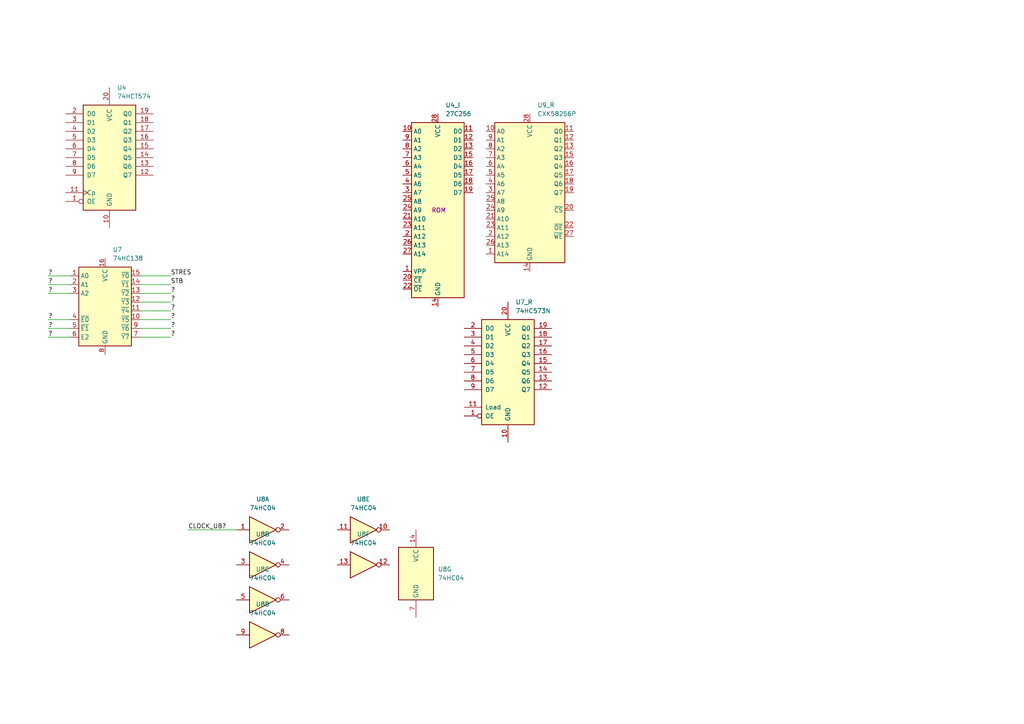
<source format=kicad_sch>
(kicad_sch (version 20231120) (generator "eeschema") (generator_version "8.0")
  (paper "A4")
  (title_block (title "Alesis HR-16 RevEng") (date "2024-03-31") (rev "0.1") (company "dontdrinkandderive"))
  (lib_symbols
    (symbol "74xx:74HC04"
      (property "Reference" "U" (at 0 1.27 0))
      (property "Value" "74HC04" (at 0 -1.27 0))
      (symbol "74HC04_1_0"
        (polyline (pts (xy -3.81 3.81) (xy -3.81 -3.81) (xy 3.81 0) (xy -3.81 3.81)) (stroke (width 0.254)) (fill (type background)))
        (pin input line (at -7.62 0 0) (length 3.81) (name "~") (number "1"))
        (pin output inverted (at 7.62 0 180) (length 3.81) (name "~") (number "2"))
      )
      (symbol "74HC04_2_0"
        (polyline (pts (xy -3.81 3.81) (xy -3.81 -3.81) (xy 3.81 0) (xy -3.81 3.81)) (stroke (width 0.254)) (fill (type background)))
        (pin input line (at -7.62 0 0) (length 3.81) (name "~") (number "3"))
        (pin output inverted (at 7.62 0 180) (length 3.81) (name "~") (number "4"))
      )
      (symbol "74HC04_3_0"
        (polyline (pts (xy -3.81 3.81) (xy -3.81 -3.81) (xy 3.81 0) (xy -3.81 3.81)) (stroke (width 0.254)) (fill (type background)))
        (pin input line (at -7.62 0 0) (length 3.81) (name "~") (number "5"))
        (pin output inverted (at 7.62 0 180) (length 3.81) (name "~") (number "6"))
      )
      (symbol "74HC04_4_0"
        (polyline (pts (xy -3.81 3.81) (xy -3.81 -3.81) (xy 3.81 0) (xy -3.81 3.81)) (stroke (width 0.254)) (fill (type background)))
        (pin output inverted (at 7.62 0 180) (length 3.81) (name "~") (number "8"))
        (pin input line (at -7.62 0 0) (length 3.81) (name "~") (number "9"))
      )
      (symbol "74HC04_5_0"
        (polyline (pts (xy -3.81 3.81) (xy -3.81 -3.81) (xy 3.81 0) (xy -3.81 3.81)) (stroke (width 0.254)) (fill (type background)))
        (pin output inverted (at 7.62 0 180) (length 3.81) (name "~") (number "10"))
        (pin input line (at -7.62 0 0) (length 3.81) (name "~") (number "11"))
      )
      (symbol "74HC04_6_0"
        (polyline (pts (xy -3.81 3.81) (xy -3.81 -3.81) (xy 3.81 0) (xy -3.81 3.81)) (stroke (width 0.254)) (fill (type background)))
        (pin output inverted (at 7.62 0 180) (length 3.81) (name "~") (number "12"))
        (pin input line (at -7.62 0 0) (length 3.81) (name "~") (number "13"))
      )
      (symbol "74HC04_7_0"
        (pin power_in line (at 0 12.7 270) (length 5.08) (name "VCC") (number "14"))
        (pin power_in line (at 0 -12.7 90) (length 5.08) (name "GND") (number "7"))
      )
      (symbol "74HC04_7_1"
        (rectangle (start -5.08 7.62) (end 5.08 -7.62) (stroke (width 0.254)) (fill (type background)))
      )
    )
    (symbol "74xx:74HC138"
      (property "Reference" "U" (at -7.62 13.97 0))
      (property "Value" "74HC138" (at 2.54 -11.43 0))
      (symbol "74HC138_0_1"
        (rectangle (start -7.62 12.7) (end 7.62 -10.16) (stroke (width 0.254)) (fill (type background)))
      )
      (symbol "74HC138_1_1"
        (pin input line (at -10.16 10.16 0) (length 2.54) (name "A0") (number "1"))
        (pin output line (at 10.16 -2.54 180) (length 2.54) (name "~{Y5}") (number "10"))
        (pin output line (at 10.16 0 180) (length 2.54) (name "~{Y4}") (number "11"))
        (pin output line (at 10.16 2.54 180) (length 2.54) (name "~{Y3}") (number "12"))
        (pin output line (at 10.16 5.08 180) (length 2.54) (name "~{Y2}") (number "13"))
        (pin output line (at 10.16 7.62 180) (length 2.54) (name "~{Y1}") (number "14"))
        (pin output line (at 10.16 10.16 180) (length 2.54) (name "~{Y0}") (number "15"))
        (pin power_in line (at 0 15.24 270) (length 2.54) (name "VCC") (number "16"))
        (pin input line (at -10.16 7.62 0) (length 2.54) (name "A1") (number "2"))
        (pin input line (at -10.16 5.08 0) (length 2.54) (name "A2") (number "3"))
        (pin input line (at -10.16 -2.54 0) (length 2.54) (name "~{E0}") (number "4"))
        (pin input line (at -10.16 -5.08 0) (length 2.54) (name "~{E1}") (number "5"))
        (pin input line (at -10.16 -7.62 0) (length 2.54) (name "E2") (number "6"))
        (pin output line (at 10.16 -7.62 180) (length 2.54) (name "~{Y7}") (number "7"))
        (pin power_in line (at 0 -12.7 90) (length 2.54) (name "GND") (number "8"))
        (pin output line (at 10.16 -5.08 180) (length 2.54) (name "~{Y6}") (number "9"))
      )
    )
    (symbol "74xx:74HCT574" (pin_names (offset 1.016))
      (property "Reference" "U" (at -7.62 16.51 0))
      (property "Value" "74HCT574" (at -7.62 -16.51 0))
      (symbol "74HCT574_1_0"
        (pin input inverted (at -12.7 -12.7 0) (length 5.08) (name "OE") (number "1"))
        (pin power_in line (at 0 -20.32 90) (length 5.08) (name "GND") (number "10"))
        (pin input clock (at -12.7 -10.16 0) (length 5.08) (name "Cp") (number "11"))
        (pin tri_state line (at 12.7 -5.08 180) (length 5.08) (name "Q7") (number "12"))
        (pin tri_state line (at 12.7 -2.54 180) (length 5.08) (name "Q6") (number "13"))
        (pin tri_state line (at 12.7 0 180) (length 5.08) (name "Q5") (number "14"))
        (pin tri_state line (at 12.7 2.54 180) (length 5.08) (name "Q4") (number "15"))
        (pin tri_state line (at 12.7 5.08 180) (length 5.08) (name "Q3") (number "16"))
        (pin tri_state line (at 12.7 7.62 180) (length 5.08) (name "Q2") (number "17"))
        (pin tri_state line (at 12.7 10.16 180) (length 5.08) (name "Q1") (number "18"))
        (pin tri_state line (at 12.7 12.7 180) (length 5.08) (name "Q0") (number "19"))
        (pin input line (at -12.7 12.7 0) (length 5.08) (name "D0") (number "2"))
        (pin power_in line (at 0 20.32 270) (length 5.08) (name "VCC") (number "20"))
        (pin input line (at -12.7 10.16 0) (length 5.08) (name "D1") (number "3"))
        (pin input line (at -12.7 7.62 0) (length 5.08) (name "D2") (number "4"))
        (pin input line (at -12.7 5.08 0) (length 5.08) (name "D3") (number "5"))
        (pin input line (at -12.7 2.54 0) (length 5.08) (name "D4") (number "6"))
        (pin input line (at -12.7 0 0) (length 5.08) (name "D5") (number "7"))
        (pin input line (at -12.7 -2.54 0) (length 5.08) (name "D6") (number "8"))
        (pin input line (at -12.7 -5.08 0) (length 5.08) (name "D7") (number "9"))
      )
      (symbol "74HCT574_1_1"
        (rectangle (start -7.62 15.24) (end 7.62 -15.24) (stroke (width 0.254)) (fill (type background)))
      )
    )
    (symbol "74xx:74LS573" (pin_names (offset 1.016))
      (property "Reference" "U" (at -7.62 16.51 0))
      (property "Value" "74LS573" (at -7.62 -16.51 0))
      (symbol "74LS573_1_0"
        (pin input inverted (at -12.7 -12.7 0) (length 5.08) (name "OE") (number "1"))
        (pin power_in line (at 0 -20.32 90) (length 5.08) (name "GND") (number "10"))
        (pin input line (at -12.7 -10.16 0) (length 5.08) (name "Load") (number "11"))
        (pin tri_state line (at 12.7 -5.08 180) (length 5.08) (name "Q7") (number "12"))
        (pin tri_state line (at 12.7 -2.54 180) (length 5.08) (name "Q6") (number "13"))
        (pin tri_state line (at 12.7 0 180) (length 5.08) (name "Q5") (number "14"))
        (pin tri_state line (at 12.7 2.54 180) (length 5.08) (name "Q4") (number "15"))
        (pin tri_state line (at 12.7 5.08 180) (length 5.08) (name "Q3") (number "16"))
        (pin tri_state line (at 12.7 7.62 180) (length 5.08) (name "Q2") (number "17"))
        (pin tri_state line (at 12.7 10.16 180) (length 5.08) (name "Q1") (number "18"))
        (pin tri_state line (at 12.7 12.7 180) (length 5.08) (name "Q0") (number "19"))
        (pin input line (at -12.7 12.7 0) (length 5.08) (name "D0") (number "2"))
        (pin power_in line (at 0 20.32 270) (length 5.08) (name "VCC") (number "20"))
        (pin input line (at -12.7 10.16 0) (length 5.08) (name "D1") (number "3"))
        (pin input line (at -12.7 7.62 0) (length 5.08) (name "D2") (number "4"))
        (pin input line (at -12.7 5.08 0) (length 5.08) (name "D3") (number "5"))
        (pin input line (at -12.7 2.54 0) (length 5.08) (name "D4") (number "6"))
        (pin input line (at -12.7 0 0) (length 5.08) (name "D5") (number "7"))
        (pin input line (at -12.7 -2.54 0) (length 5.08) (name "D6") (number "8"))
        (pin input line (at -12.7 -5.08 0) (length 5.08) (name "D7") (number "9"))
      )
      (symbol "74LS573_1_1"
        (rectangle (start -7.62 15.24) (end 7.62 -15.24) (stroke (width 0.254)) (fill (type background)))
      )
    )
    (symbol "Memory_EPROM:27C256"
      (property "Reference" "U" (at -7.62 26.67 0))
      (property "Value" "27C256" (at 2.54 -26.67 0))
      (symbol "27C256_1_1"
        (rectangle (start -7.62 25.4) (end 7.62 -25.4) (stroke (width 0.254)) (fill (type background)))
        (pin input line (at -10.16 -17.78 0) (length 2.54) (name "VPP") (number "1"))
        (pin input line (at -10.16 22.86 0) (length 2.54) (name "A0") (number "10"))
        (pin tri_state line (at 10.16 22.86 180) (length 2.54) (name "D0") (number "11"))
        (pin tri_state line (at 10.16 20.32 180) (length 2.54) (name "D1") (number "12"))
        (pin tri_state line (at 10.16 17.78 180) (length 2.54) (name "D2") (number "13"))
        (pin power_in line (at 0 -27.94 90) (length 2.54) (name "GND") (number "14"))
        (pin tri_state line (at 10.16 15.24 180) (length 2.54) (name "D3") (number "15"))
        (pin tri_state line (at 10.16 12.7 180) (length 2.54) (name "D4") (number "16"))
        (pin tri_state line (at 10.16 10.16 180) (length 2.54) (name "D5") (number "17"))
        (pin tri_state line (at 10.16 7.62 180) (length 2.54) (name "D6") (number "18"))
        (pin tri_state line (at 10.16 5.08 180) (length 2.54) (name "D7") (number "19"))
        (pin input line (at -10.16 -7.62 0) (length 2.54) (name "A12") (number "2"))
        (pin input line (at -10.16 -20.32 0) (length 2.54) (name "~{CE}") (number "20"))
        (pin input line (at -10.16 -2.54 0) (length 2.54) (name "A10") (number "21"))
        (pin input line (at -10.16 -22.86 0) (length 2.54) (name "~{OE}") (number "22"))
        (pin input line (at -10.16 -5.08 0) (length 2.54) (name "A11") (number "23"))
        (pin input line (at -10.16 0 0) (length 2.54) (name "A9") (number "24"))
        (pin input line (at -10.16 2.54 0) (length 2.54) (name "A8") (number "25"))
        (pin input line (at -10.16 -10.16 0) (length 2.54) (name "A13") (number "26"))
        (pin input line (at -10.16 -12.7 0) (length 2.54) (name "A14") (number "27"))
        (pin power_in line (at 0 27.94 270) (length 2.54) (name "VCC") (number "28"))
        (pin input line (at -10.16 5.08 0) (length 2.54) (name "A7") (number "3"))
        (pin input line (at -10.16 7.62 0) (length 2.54) (name "A6") (number "4"))
        (pin input line (at -10.16 10.16 0) (length 2.54) (name "A5") (number "5"))
        (pin input line (at -10.16 12.7 0) (length 2.54) (name "A4") (number "6"))
        (pin input line (at -10.16 15.24 0) (length 2.54) (name "A3") (number "7"))
        (pin input line (at -10.16 17.78 0) (length 2.54) (name "A2") (number "8"))
        (pin input line (at -10.16 20.32 0) (length 2.54) (name "A1") (number "9"))
      )
    )
    (symbol "Memory_RAM:CY62256-70PC"
      (property "Reference" "U" (at -10.16 20.955 0))
      (property "Value" "CY62256-70PC" (at 2.54 20.955 0))
      (symbol "CY62256-70PC_0_0"
        (pin power_in line (at 0 -22.86 90) (length 2.54) (name "GND") (number "14"))
        (pin power_in line (at 0 22.86 270) (length 2.54) (name "VCC") (number "28"))
      )
      (symbol "CY62256-70PC_0_1"
        (rectangle (start -10.16 20.32) (end 10.16 -20.32) (stroke (width 0.254)) (fill (type background)))
      )
      (symbol "CY62256-70PC_1_1"
        (pin input line (at -12.7 -17.78 0) (length 2.54) (name "A14") (number "1"))
        (pin input line (at -12.7 17.78 0) (length 2.54) (name "A0") (number "10"))
        (pin tri_state line (at 12.7 17.78 180) (length 2.54) (name "Q0") (number "11"))
        (pin tri_state line (at 12.7 15.24 180) (length 2.54) (name "Q1") (number "12"))
        (pin tri_state line (at 12.7 12.7 180) (length 2.54) (name "Q2") (number "13"))
        (pin tri_state line (at 12.7 10.16 180) (length 2.54) (name "Q3") (number "15"))
        (pin tri_state line (at 12.7 7.62 180) (length 2.54) (name "Q4") (number "16"))
        (pin tri_state line (at 12.7 5.08 180) (length 2.54) (name "Q5") (number "17"))
        (pin tri_state line (at 12.7 2.54 180) (length 2.54) (name "Q6") (number "18"))
        (pin tri_state line (at 12.7 0 180) (length 2.54) (name "Q7") (number "19"))
        (pin input line (at -12.7 -12.7 0) (length 2.54) (name "A12") (number "2"))
        (pin input line (at 12.7 -5.08 180) (length 2.54) (name "~{CS}") (number "20"))
        (pin input line (at -12.7 -7.62 0) (length 2.54) (name "A10") (number "21"))
        (pin input line (at 12.7 -10.16 180) (length 2.54) (name "~{OE}") (number "22"))
        (pin input line (at -12.7 -10.16 0) (length 2.54) (name "A11") (number "23"))
        (pin input line (at -12.7 -5.08 0) (length 2.54) (name "A9") (number "24"))
        (pin input line (at -12.7 -2.54 0) (length 2.54) (name "A8") (number "25"))
        (pin input line (at -12.7 -15.24 0) (length 2.54) (name "A13") (number "26"))
        (pin input line (at 12.7 -12.7 180) (length 2.54) (name "~{WE}") (number "27"))
        (pin input line (at -12.7 0 0) (length 2.54) (name "A7") (number "3"))
        (pin input line (at -12.7 2.54 0) (length 2.54) (name "A6") (number "4"))
        (pin input line (at -12.7 5.08 0) (length 2.54) (name "A5") (number "5"))
        (pin input line (at -12.7 7.62 0) (length 2.54) (name "A4") (number "6"))
        (pin input line (at -12.7 10.16 0) (length 2.54) (name "A3") (number "7"))
        (pin input line (at -12.7 12.7 0) (length 2.54) (name "A2") (number "8"))
        (pin input line (at -12.7 15.24 0) (length 2.54) (name "A1") (number "9"))
      )
    )
  )
  (wire (pts (xy 40.64 80.01) (xy 49.53 80.01)))
  (wire (pts (xy 40.64 82.55) (xy 49.53 82.55)))
  (wire (pts (xy 13.97 85.09) (xy 20.32 85.09)))
  (wire (pts (xy 40.64 90.17) (xy 49.53 90.17)))
  (wire (pts (xy 40.64 87.63) (xy 49.53 87.63)))
  (wire (pts (xy 40.64 92.71) (xy 49.53 92.71)))
  (wire (pts (xy 13.97 95.25) (xy 20.32 95.25)))
  (wire (pts (xy 13.97 97.79) (xy 20.32 97.79)))
  (wire (pts (xy 13.97 82.55) (xy 20.32 82.55)))
  (wire (pts (xy 13.97 80.01) (xy 20.32 80.01)))
  (wire (pts (xy 40.64 95.25) (xy 49.53 95.25)))
  (wire (pts (xy 54.61 153.67) (xy 68.58 153.67)))
  (wire (pts (xy 13.97 92.71) (xy 20.32 92.71)))
  (wire (pts (xy 40.64 97.79) (xy 49.53 97.79)))
  (wire (pts (xy 40.64 85.09) (xy 49.53 85.09)))
  (label "?" (at 49.53 87.63 0))
  (label "?" (at 13.97 82.55 0))
  (label "?" (at 13.97 95.25 0))
  (label "?" (at 13.97 85.09 0))
  (label "?" (at 49.53 95.25 0))
  (label "?" (at 49.53 92.71 0))
  (label "?" (at 13.97 80.01 0))
  (label "?" (at 49.53 97.79 0))
  (label "STB" (at 49.53 82.55 0))
  (label "?" (at 13.97 92.71 0))
  (label "STRES" (at 49.53 80.01 0))
  (label "CLOCK_UB?" (at 54.61 153.67 0))
  (label "?" (at 49.53 90.17 0))
  (label "?" (at 13.97 97.79 0))
  (label "?" (at 49.53 85.09 0))
  (symbol (lib_id "74xx:74HC04") (at 105.41 153.67 0) (unit 5)
    (property "Reference" "U8" (at 105.41 144.78 0))
    (property "Value" "74HC04" (at 105.41 147.32 0))
    (property "Datasheet" "https://assets.nexperia.com/documents/data-sheet/74HC_HCT04.pdf" (effects (hide yes)))
    (property "Description" "Hex Inverter" (effects (hide yes)))
  )
  (symbol (lib_id "74xx:74HC04") (at 76.2 184.15 0) (unit 4)
    (property "Reference" "U8" (at 76.2 175.26 0))
    (property "Value" "74HC04" (at 76.2 177.8 0))
    (property "Datasheet" "https://assets.nexperia.com/documents/data-sheet/74HC_HCT04.pdf" (effects (hide yes)))
    (property "Description" "Hex Inverter" (effects (hide yes)))
  )
  (symbol (lib_id "74xx:74HC04") (at 105.41 163.83 0) (unit 6)
    (property "Reference" "U8" (at 105.41 154.94 0))
    (property "Value" "74HC04" (at 105.41 157.48 0))
    (property "Datasheet" "https://assets.nexperia.com/documents/data-sheet/74HC_HCT04.pdf" (effects (hide yes)))
    (property "Description" "Hex Inverter" (effects (hide yes)))
  )
  (symbol (lib_id "74xx:74HC04") (at 76.2 153.67 0) (unit 1)
    (property "Reference" "U8" (at 76.2 144.78 0))
    (property "Value" "74HC04" (at 76.2 147.32 0))
    (property "Datasheet" "https://assets.nexperia.com/documents/data-sheet/74HC_HCT04.pdf" (effects (hide yes)))
    (property "Description" "Hex Inverter" (effects (hide yes)))
  )
  (symbol (lib_id "74xx:74HC04") (at 120.65 166.37 0) (unit 7)
    (property "Reference" "U8" (at 127 165.0999 0) (effects (justify left)))
    (property "Value" "74HC04" (at 127 167.6399 0) (effects (justify left)))
    (property "Datasheet" "https://assets.nexperia.com/documents/data-sheet/74HC_HCT04.pdf" (effects (hide yes)))
    (property "Description" "Hex Inverter" (effects (hide yes)))
  )
  (symbol (lib_id "74xx:74HC138") (at 30.48 90.17 0) (unit 1)
    (property "Reference" "U7" (at 32.6741 72.39 0) (effects (justify left)))
    (property "Value" "74HC138" (at 32.6741 74.93 0) (effects (justify left)))
    (property "Datasheet" "http://www.ti.com/lit/ds/symlink/cd74hc238.pdf" (effects (hide yes)))
    (property "Description" "3-to-8 line decoder/multiplexer inverting, DIP-16/SOIC-16/SSOP-16" (effects (hide yes)))
  )
  (symbol (lib_id "74xx:74HCT574") (at 31.75 45.72 0) (unit 1)
    (property "Reference" "U4" (at 33.9441 25.4 0) (effects (justify left)))
    (property "Value" "74HCT574" (at 33.9441 27.94 0) (effects (justify left)))
    (property "Datasheet" "http://www.ti.com/lit/gpn/sn74HCT574" (effects (hide yes)))
    (property "Description" "8-bit Register, 3-state outputs" (effects (hide yes)))
  )
  (symbol (lib_id "74xx:74HC04") (at 76.2 173.99 0) (unit 3)
    (property "Reference" "U8" (at 76.2 165.1 0))
    (property "Value" "74HC04" (at 76.2 167.64 0))
    (property "Datasheet" "https://assets.nexperia.com/documents/data-sheet/74HC_HCT04.pdf" (effects (hide yes)))
    (property "Description" "Hex Inverter" (effects (hide yes)))
  )
  (symbol (lib_id "Memory_RAM:CY62256-70PC") (at 153.67 55.88 0) (unit 1)
    (property "Reference" "U9_R" (at 155.8641 30.48 0) (effects (justify left)))
    (property "Value" "CXK58256P" (at 155.8641 33.02 0) (effects (justify left)))
    (property "Footprint" "Package_DIP:DIP-28_W15.24mm" (effects (hide yes)))
    (property "Datasheet" "https://ecee.colorado.edu/~mcclurel/Cypress_SRAM_CY62256.pdf" (effects (hide yes)))
    (property "Description" "256K (32K x 8) Static RAM, 70ns, DIP-28" (effects (hide yes)))
  )
  (symbol (lib_id "74xx:74LS573") (at 147.32 107.95 0) (unit 1)
    (property "Reference" "U7_R" (at 149.5141 87.63 0) (effects (justify left)))
    (property "Value" "74HC573N" (at 149.5141 90.17 0) (effects (justify left)))
    (property "Datasheet" "74xx/74hc573.pdf" (effects (hide yes)))
    (property "Description" "8-bit Latch 3-state outputs" (effects (hide yes)))
  )
  (symbol (lib_id "74xx:74HC04") (at 76.2 163.83 0) (unit 2)
    (property "Reference" "U8" (at 76.2 154.94 0))
    (property "Value" "74HC04" (at 76.2 157.48 0))
    (property "Datasheet" "https://assets.nexperia.com/documents/data-sheet/74HC_HCT04.pdf" (effects (hide yes)))
    (property "Description" "Hex Inverter" (effects (hide yes)))
  )
  (symbol (lib_id "Memory_EPROM:27C256") (at 127 60.96 0) (unit 1)
    (property "Reference" "U4_I" (at 129.1941 30.48 0) (effects (justify left)))
    (property "Value" "27C256" (at 129.1941 33.02 0) (effects (justify left)))
    (property "Footprint" "Package_DIP:DIP-28_W15.24mm" (effects (hide yes)))
    (property "Datasheet" "http://ww1.microchip.com/downloads/en/DeviceDoc/doc0014.pdf" (effects (hide yes)))
    (property "Description" "ROM" (at 127.254 60.96 0))
  )
)
</source>
